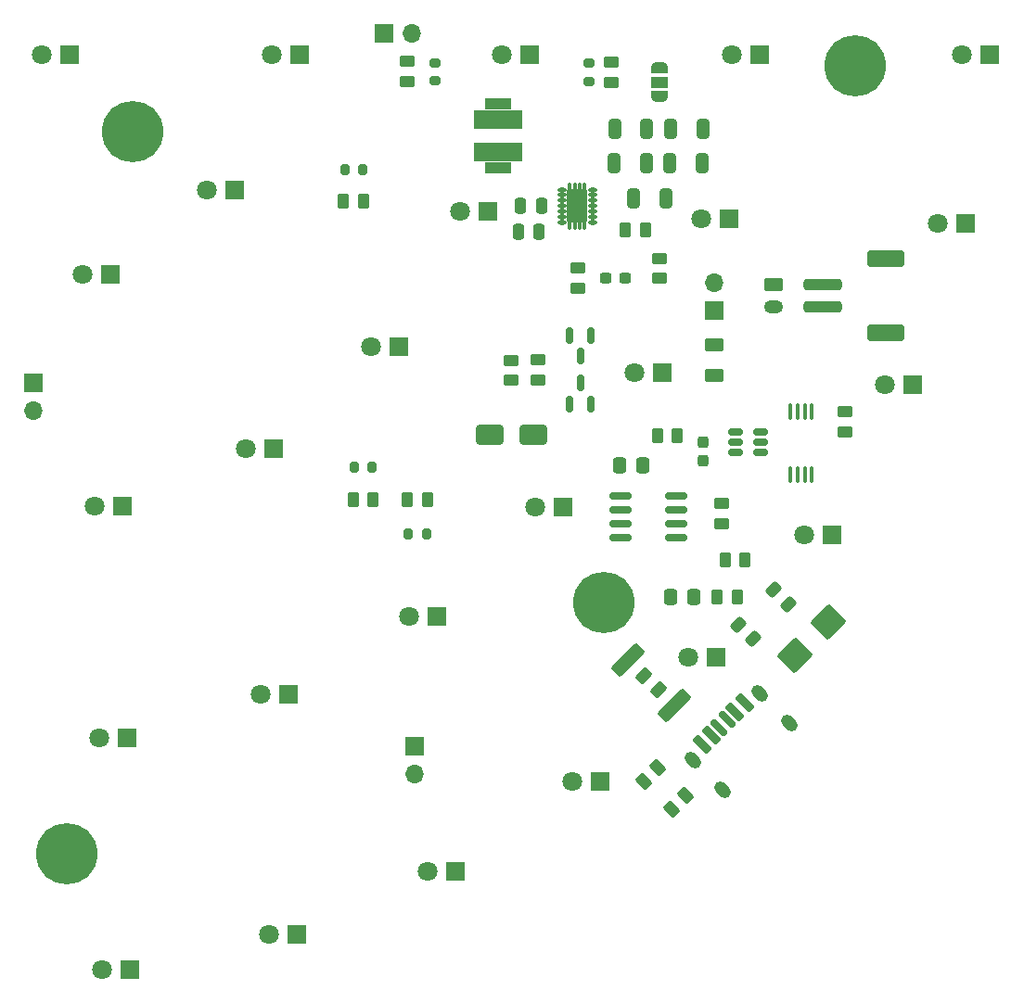
<source format=gbr>
%TF.GenerationSoftware,KiCad,Pcbnew,7.0.8*%
%TF.CreationDate,2025-01-10T21:38:43+01:00*%
%TF.ProjectId,UV_Disc_Charger,55565f44-6973-4635-9f43-686172676572,rev?*%
%TF.SameCoordinates,Original*%
%TF.FileFunction,Soldermask,Top*%
%TF.FilePolarity,Negative*%
%FSLAX46Y46*%
G04 Gerber Fmt 4.6, Leading zero omitted, Abs format (unit mm)*
G04 Created by KiCad (PCBNEW 7.0.8) date 2025-01-10 21:38:43*
%MOMM*%
%LPD*%
G01*
G04 APERTURE LIST*
G04 Aperture macros list*
%AMRoundRect*
0 Rectangle with rounded corners*
0 $1 Rounding radius*
0 $2 $3 $4 $5 $6 $7 $8 $9 X,Y pos of 4 corners*
0 Add a 4 corners polygon primitive as box body*
4,1,4,$2,$3,$4,$5,$6,$7,$8,$9,$2,$3,0*
0 Add four circle primitives for the rounded corners*
1,1,$1+$1,$2,$3*
1,1,$1+$1,$4,$5*
1,1,$1+$1,$6,$7*
1,1,$1+$1,$8,$9*
0 Add four rect primitives between the rounded corners*
20,1,$1+$1,$2,$3,$4,$5,0*
20,1,$1+$1,$4,$5,$6,$7,0*
20,1,$1+$1,$6,$7,$8,$9,0*
20,1,$1+$1,$8,$9,$2,$3,0*%
%AMHorizOval*
0 Thick line with rounded ends*
0 $1 width*
0 $2 $3 position (X,Y) of the first rounded end (center of the circle)*
0 $4 $5 position (X,Y) of the second rounded end (center of the circle)*
0 Add line between two ends*
20,1,$1,$2,$3,$4,$5,0*
0 Add two circle primitives to create the rounded ends*
1,1,$1,$2,$3*
1,1,$1,$4,$5*%
%AMFreePoly0*
4,1,19,0.000000,0.744911,0.071157,0.744911,0.207708,0.704816,0.327430,0.627875,0.420627,0.520320,0.479746,0.390866,0.500000,0.250000,0.500000,-0.250000,0.479746,-0.390866,0.420627,-0.520320,0.327430,-0.627875,0.207708,-0.704816,0.071157,-0.744911,0.000000,-0.744911,0.000000,-0.750000,-0.550000,-0.750000,-0.550000,0.750000,0.000000,0.750000,0.000000,0.744911,0.000000,0.744911,
$1*%
%AMFreePoly1*
4,1,19,0.550000,-0.750000,0.000000,-0.750000,0.000000,-0.744911,-0.071157,-0.744911,-0.207708,-0.704816,-0.327430,-0.627875,-0.420627,-0.520320,-0.479746,-0.390866,-0.500000,-0.250000,-0.500000,0.250000,-0.479746,0.390866,-0.420627,0.520320,-0.327430,0.627875,-0.207708,0.704816,-0.071157,0.744911,0.000000,0.744911,0.000000,0.750000,0.550000,0.750000,0.550000,-0.750000,0.550000,-0.750000,
$1*%
G04 Aperture macros list end*
%ADD10R,2.400000X1.100000*%
%ADD11R,4.500000X1.800000*%
%ADD12R,1.700000X1.700000*%
%ADD13O,1.700000X1.700000*%
%ADD14FreePoly0,90.000000*%
%ADD15R,1.500000X1.000000*%
%ADD16FreePoly1,90.000000*%
%ADD17RoundRect,0.250000X1.500000X-0.250000X1.500000X0.250000X-1.500000X0.250000X-1.500000X-0.250000X0*%
%ADD18RoundRect,0.250001X1.449999X-0.499999X1.449999X0.499999X-1.449999X0.499999X-1.449999X-0.499999X0*%
%ADD19R,1.800000X1.800000*%
%ADD20C,1.800000*%
%ADD21RoundRect,0.200000X-0.200000X-0.275000X0.200000X-0.275000X0.200000X0.275000X-0.200000X0.275000X0*%
%ADD22RoundRect,0.200000X0.200000X0.275000X-0.200000X0.275000X-0.200000X-0.275000X0.200000X-0.275000X0*%
%ADD23RoundRect,0.250000X-0.262500X-0.450000X0.262500X-0.450000X0.262500X0.450000X-0.262500X0.450000X0*%
%ADD24RoundRect,0.250000X0.262500X0.450000X-0.262500X0.450000X-0.262500X-0.450000X0.262500X-0.450000X0*%
%ADD25RoundRect,0.200000X0.275000X-0.200000X0.275000X0.200000X-0.275000X0.200000X-0.275000X-0.200000X0*%
%ADD26RoundRect,0.250000X0.450000X-0.262500X0.450000X0.262500X-0.450000X0.262500X-0.450000X-0.262500X0*%
%ADD27C,5.600000*%
%ADD28RoundRect,0.150000X-0.150000X0.587500X-0.150000X-0.587500X0.150000X-0.587500X0.150000X0.587500X0*%
%ADD29RoundRect,0.250000X-0.625000X0.375000X-0.625000X-0.375000X0.625000X-0.375000X0.625000X0.375000X0*%
%ADD30RoundRect,0.250000X-0.625000X0.350000X-0.625000X-0.350000X0.625000X-0.350000X0.625000X0.350000X0*%
%ADD31O,1.750000X1.200000*%
%ADD32RoundRect,0.175000X0.406586X-0.654074X0.654074X-0.406586X-0.406586X0.654074X-0.654074X0.406586X0*%
%ADD33RoundRect,0.190000X-0.385373X0.654074X-0.654074X0.385373X0.385373X-0.654074X0.654074X-0.385373X0*%
%ADD34RoundRect,0.200000X-0.371231X0.654074X-0.654074X0.371231X0.371231X-0.654074X0.654074X-0.371231X0*%
%ADD35RoundRect,0.175000X-0.406586X0.654074X-0.654074X0.406586X0.406586X-0.654074X0.654074X-0.406586X0*%
%ADD36RoundRect,0.190000X0.385373X-0.654074X0.654074X-0.385373X-0.385373X0.654074X-0.654074X0.385373X0*%
%ADD37RoundRect,0.200000X0.371231X-0.654074X0.654074X-0.371231X-0.371231X0.654074X-0.654074X0.371231X0*%
%ADD38HorizOval,1.100000X-0.212132X0.212132X0.212132X-0.212132X0*%
%ADD39RoundRect,0.250000X-0.450000X0.262500X-0.450000X-0.262500X0.450000X-0.262500X0.450000X0.262500X0*%
%ADD40RoundRect,0.150000X0.150000X-0.587500X0.150000X0.587500X-0.150000X0.587500X-0.150000X-0.587500X0*%
%ADD41RoundRect,0.243750X0.494975X0.150260X0.150260X0.494975X-0.494975X-0.150260X-0.150260X-0.494975X0*%
%ADD42RoundRect,0.250000X-0.325000X-0.650000X0.325000X-0.650000X0.325000X0.650000X-0.325000X0.650000X0*%
%ADD43RoundRect,0.250000X0.325000X0.650000X-0.325000X0.650000X-0.325000X-0.650000X0.325000X-0.650000X0*%
%ADD44RoundRect,0.237500X-0.237500X0.300000X-0.237500X-0.300000X0.237500X-0.300000X0.237500X0.300000X0*%
%ADD45RoundRect,0.250000X-1.263953X-0.751301X-0.751301X-1.263953X1.263953X0.751301X0.751301X1.263953X0*%
%ADD46RoundRect,0.162500X0.825000X0.162500X-0.825000X0.162500X-0.825000X-0.162500X0.825000X-0.162500X0*%
%ADD47O,0.804000X0.444000*%
%ADD48RoundRect,0.102000X0.790000X1.425000X-0.790000X1.425000X-0.790000X-1.425000X0.790000X-1.425000X0*%
%ADD49RoundRect,0.102000X0.100000X0.287500X-0.100000X0.287500X-0.100000X-0.287500X0.100000X-0.287500X0*%
%ADD50RoundRect,0.250000X-0.337500X-0.475000X0.337500X-0.475000X0.337500X0.475000X-0.337500X0.475000X0*%
%ADD51RoundRect,0.250000X-0.132583X0.503814X-0.503814X0.132583X0.132583X-0.503814X0.503814X-0.132583X0*%
%ADD52RoundRect,0.100000X0.100000X-0.637500X0.100000X0.637500X-0.100000X0.637500X-0.100000X-0.637500X0*%
%ADD53RoundRect,0.250000X-0.503814X-0.132583X-0.132583X-0.503814X0.503814X0.132583X0.132583X0.503814X0*%
%ADD54RoundRect,0.150000X0.512500X0.150000X-0.512500X0.150000X-0.512500X-0.150000X0.512500X-0.150000X0*%
%ADD55RoundRect,0.250000X0.250000X0.475000X-0.250000X0.475000X-0.250000X-0.475000X0.250000X-0.475000X0*%
%ADD56RoundRect,0.237500X-0.300000X-0.237500X0.300000X-0.237500X0.300000X0.237500X-0.300000X0.237500X0*%
%ADD57RoundRect,0.250000X0.070711X1.343503X-1.343503X-0.070711X-0.070711X-1.343503X1.343503X0.070711X0*%
%ADD58RoundRect,0.250000X-1.000000X-0.650000X1.000000X-0.650000X1.000000X0.650000X-1.000000X0.650000X0*%
G04 APERTURE END LIST*
D10*
%TO.C,L1*%
X155351148Y-29450000D03*
D11*
X155351148Y-30900000D03*
X155351148Y-33900000D03*
D10*
X155351148Y-35350000D03*
%TD*%
D12*
%TO.C,J6*%
X147800000Y-88125000D03*
D13*
X147800000Y-90665000D03*
%TD*%
D12*
%TO.C,J5*%
X113000000Y-55000000D03*
D13*
X113000000Y-57540000D03*
%TD*%
D12*
%TO.C,J3*%
X145000000Y-23000000D03*
D13*
X147540000Y-23000000D03*
%TD*%
D14*
%TO.C,JP1*%
X170100000Y-26200000D03*
D15*
X170100000Y-27500000D03*
D16*
X170100000Y-28800000D03*
%TD*%
D17*
%TO.C,J4*%
X185000000Y-48000000D03*
X185000000Y-46000000D03*
D18*
X190750000Y-43650000D03*
X190750000Y-50350000D03*
%TD*%
D19*
%TO.C,D29*%
X185867500Y-68829998D03*
D20*
X183327500Y-68829998D03*
%TD*%
%TO.C,D28*%
X134487500Y-105339998D03*
D19*
X137027500Y-105339998D03*
%TD*%
%TO.C,D27*%
X164667500Y-91389998D03*
D20*
X162127500Y-91389998D03*
%TD*%
%TO.C,D26*%
X133747500Y-83439998D03*
D19*
X136287500Y-83439998D03*
%TD*%
%TO.C,D25*%
X149777500Y-76279998D03*
D20*
X147237500Y-76279998D03*
%TD*%
D19*
%TO.C,D24*%
X151457500Y-99579998D03*
D20*
X148917500Y-99579998D03*
%TD*%
D19*
%TO.C,D23*%
X175247500Y-80039998D03*
D20*
X172707500Y-80039998D03*
%TD*%
D19*
%TO.C,D22*%
X121817500Y-108519998D03*
D20*
X119277500Y-108519998D03*
%TD*%
D19*
%TO.C,D21*%
X161337500Y-66309998D03*
D20*
X158797500Y-66309998D03*
%TD*%
D21*
%TO.C,R24*%
X148837500Y-68800000D03*
X147187500Y-68800000D03*
%TD*%
D22*
%TO.C,R23*%
X143912500Y-62700000D03*
X142262500Y-62700000D03*
%TD*%
D23*
%TO.C,R22*%
X147100000Y-65600000D03*
X148925000Y-65600000D03*
%TD*%
D24*
%TO.C,R21*%
X144000000Y-65600000D03*
X142175000Y-65600000D03*
%TD*%
D22*
%TO.C,R20*%
X143050000Y-35500000D03*
X141400000Y-35500000D03*
%TD*%
D24*
%TO.C,R19*%
X143112500Y-38400000D03*
X141287500Y-38400000D03*
%TD*%
D25*
%TO.C,R18*%
X163700000Y-27425000D03*
X163700000Y-25775000D03*
%TD*%
D26*
%TO.C,R17*%
X165700000Y-27512500D03*
X165700000Y-25687500D03*
%TD*%
D25*
%TO.C,R2*%
X149600000Y-27400000D03*
X149600000Y-25750000D03*
%TD*%
D26*
%TO.C,R1*%
X147100000Y-27412500D03*
X147100000Y-25587500D03*
%TD*%
D20*
%TO.C,D20*%
X119007500Y-87409998D03*
D19*
X121547500Y-87409998D03*
%TD*%
%TO.C,D19*%
X146367500Y-51669998D03*
D20*
X143827500Y-51669998D03*
%TD*%
D19*
%TO.C,D18*%
X134867500Y-60959998D03*
D20*
X132327500Y-60959998D03*
%TD*%
D19*
%TO.C,D17*%
X121057500Y-66239998D03*
D20*
X118517500Y-66239998D03*
%TD*%
D19*
%TO.C,D16*%
X131307500Y-37329998D03*
D20*
X128767500Y-37329998D03*
%TD*%
D19*
%TO.C,D15*%
X119957500Y-45019998D03*
D20*
X117417500Y-45019998D03*
%TD*%
D19*
%TO.C,D14*%
X193207500Y-55139998D03*
D20*
X190667500Y-55139998D03*
%TD*%
D19*
%TO.C,D13*%
X198067500Y-40379998D03*
D20*
X195527500Y-40379998D03*
%TD*%
D19*
%TO.C,D12*%
X176467500Y-40009998D03*
D20*
X173927500Y-40009998D03*
%TD*%
D19*
%TO.C,D11*%
X200287500Y-24999998D03*
D20*
X197747500Y-24999998D03*
%TD*%
D19*
%TO.C,D10*%
X179287500Y-24999998D03*
D20*
X176747500Y-24999998D03*
%TD*%
D19*
%TO.C,D9*%
X170387500Y-54009998D03*
D20*
X167847500Y-54009998D03*
%TD*%
D19*
%TO.C,D8*%
X154437500Y-39279998D03*
D20*
X151897500Y-39279998D03*
%TD*%
D19*
%TO.C,D7*%
X158287500Y-24999998D03*
D20*
X155747500Y-24999998D03*
%TD*%
D19*
%TO.C,D6*%
X137287500Y-24999998D03*
D20*
X134747500Y-24999998D03*
%TD*%
D19*
%TO.C,D5*%
X116287500Y-24999998D03*
D20*
X113747500Y-24999998D03*
%TD*%
D12*
%TO.C,SW1*%
X175150000Y-48375000D03*
D13*
X175150000Y-45835000D03*
%TD*%
D27*
%TO.C,H4*%
X165000000Y-75000000D03*
%TD*%
%TO.C,H3*%
X116000000Y-98000000D03*
%TD*%
D28*
%TO.C,Q2*%
X163850000Y-50625000D03*
X161950000Y-50625000D03*
X162900000Y-52500000D03*
%TD*%
D29*
%TO.C,F1*%
X175100000Y-51500000D03*
X175100000Y-54300000D03*
%TD*%
D27*
%TO.C,H2*%
X188000000Y-26000000D03*
%TD*%
D30*
%TO.C,J2*%
X180500000Y-46000000D03*
D31*
X180500000Y-48000000D03*
%TD*%
D32*
%TO.C,J1*%
X175571644Y-86428355D03*
D33*
X177000000Y-85000000D03*
D34*
X177869741Y-84130258D03*
D35*
X176278751Y-85721248D03*
D36*
X174850396Y-87149604D03*
D37*
X173980654Y-88019345D03*
D38*
X173156875Y-89415881D03*
X175843881Y-92102887D03*
X179266277Y-83306479D03*
X181953283Y-85993485D03*
%TD*%
D39*
%TO.C,R12*%
X170100000Y-43587500D03*
X170100000Y-45412500D03*
%TD*%
D40*
%TO.C,Q1*%
X161950000Y-56875000D03*
X163850000Y-56875000D03*
X162900000Y-55000000D03*
%TD*%
D24*
%TO.C,R10*%
X168812500Y-41000000D03*
X166987500Y-41000000D03*
%TD*%
D41*
%TO.C,D3*%
X178662913Y-78362913D03*
X177337087Y-77037087D03*
%TD*%
D24*
%TO.C,R8*%
X176100000Y-71100000D03*
X177925000Y-71100000D03*
%TD*%
D42*
%TO.C,C9*%
X174075000Y-31800000D03*
X171125000Y-31800000D03*
%TD*%
D43*
%TO.C,C8*%
X168900000Y-34900000D03*
X165950000Y-34900000D03*
%TD*%
D24*
%TO.C,R3*%
X171735000Y-59757500D03*
X169910000Y-59757500D03*
%TD*%
D39*
%TO.C,R13*%
X159000000Y-52875000D03*
X159000000Y-54700000D03*
%TD*%
D41*
%TO.C,D2*%
X180537087Y-73837087D03*
X181862913Y-75162913D03*
%TD*%
D44*
%TO.C,C3*%
X174100000Y-60337500D03*
X174100000Y-62062500D03*
%TD*%
D45*
%TO.C,R16*%
X171449569Y-84449569D03*
X167259961Y-80259961D03*
%TD*%
D46*
%TO.C,U1*%
X171605000Y-69105000D03*
X171605000Y-67835000D03*
X171605000Y-66565000D03*
X171605000Y-65295000D03*
X166530000Y-65295000D03*
X166530000Y-66565000D03*
X166530000Y-67835000D03*
X166530000Y-69105000D03*
%TD*%
D47*
%TO.C,U4*%
X164010000Y-40312500D03*
X164010000Y-39812500D03*
X164010000Y-39312500D03*
X164010000Y-38812500D03*
X164010000Y-38312500D03*
X164010000Y-37812500D03*
X164010000Y-37312500D03*
X161210000Y-37312500D03*
X161210000Y-37812500D03*
X161210000Y-38312500D03*
X161210000Y-38812500D03*
X161210000Y-39312500D03*
X161210000Y-39812500D03*
X161210000Y-40312500D03*
D48*
X162610000Y-38812500D03*
D49*
X163300000Y-40525000D03*
X162840000Y-40525000D03*
X162380000Y-40525000D03*
X161920000Y-40525000D03*
X161920000Y-37100000D03*
X162380000Y-37100000D03*
X162840000Y-37100000D03*
X163300000Y-37100000D03*
%TD*%
D26*
%TO.C,R9*%
X175800000Y-65987500D03*
X175800000Y-67812500D03*
%TD*%
D50*
%TO.C,C1*%
X166497500Y-62457500D03*
X168572500Y-62457500D03*
%TD*%
D26*
%TO.C,R14*%
X156600000Y-54712500D03*
X156600000Y-52887500D03*
%TD*%
D51*
%TO.C,R7*%
X168700000Y-91400000D03*
X169990470Y-90109530D03*
%TD*%
D52*
%TO.C,U3*%
X182087500Y-57587500D03*
X182737500Y-57587500D03*
X183387500Y-57587500D03*
X184037500Y-57587500D03*
X184037500Y-63312500D03*
X183387500Y-63312500D03*
X182737500Y-63312500D03*
X182087500Y-63312500D03*
%TD*%
D53*
%TO.C,R15*%
X170000000Y-83000000D03*
X168709530Y-81709530D03*
%TD*%
D54*
%TO.C,U2*%
X179337500Y-61350000D03*
X179337500Y-60400000D03*
X179337500Y-59450000D03*
X177062500Y-59450000D03*
X177062500Y-60400000D03*
X177062500Y-61350000D03*
%TD*%
D55*
%TO.C,C5*%
X159350000Y-38800000D03*
X157450000Y-38800000D03*
%TD*%
D43*
%TO.C,C10*%
X166025000Y-31800000D03*
X168975000Y-31800000D03*
%TD*%
D27*
%TO.C,H1*%
X122000000Y-32000000D03*
%TD*%
D26*
%TO.C,R5*%
X187062500Y-59412500D03*
X187062500Y-57587500D03*
%TD*%
D51*
%TO.C,R6*%
X171240000Y-93940000D03*
X172530470Y-92649530D03*
%TD*%
D56*
%TO.C,C11*%
X166962500Y-45400000D03*
X165237500Y-45400000D03*
%TD*%
D55*
%TO.C,C4*%
X159150000Y-41200000D03*
X157250000Y-41200000D03*
%TD*%
D42*
%TO.C,C6*%
X170675000Y-38100000D03*
X167725000Y-38100000D03*
%TD*%
D50*
%TO.C,C2*%
X171152500Y-74492500D03*
X173227500Y-74492500D03*
%TD*%
D39*
%TO.C,R11*%
X162700000Y-44487500D03*
X162700000Y-46312500D03*
%TD*%
D42*
%TO.C,C7*%
X174000000Y-34900000D03*
X171050000Y-34900000D03*
%TD*%
D57*
%TO.C,D1*%
X185520280Y-76779720D03*
X182479720Y-79820280D03*
%TD*%
D24*
%TO.C,R4*%
X175375000Y-74500000D03*
X177200000Y-74500000D03*
%TD*%
D58*
%TO.C,D4*%
X154600000Y-59700000D03*
X158600000Y-59700000D03*
%TD*%
M02*

</source>
